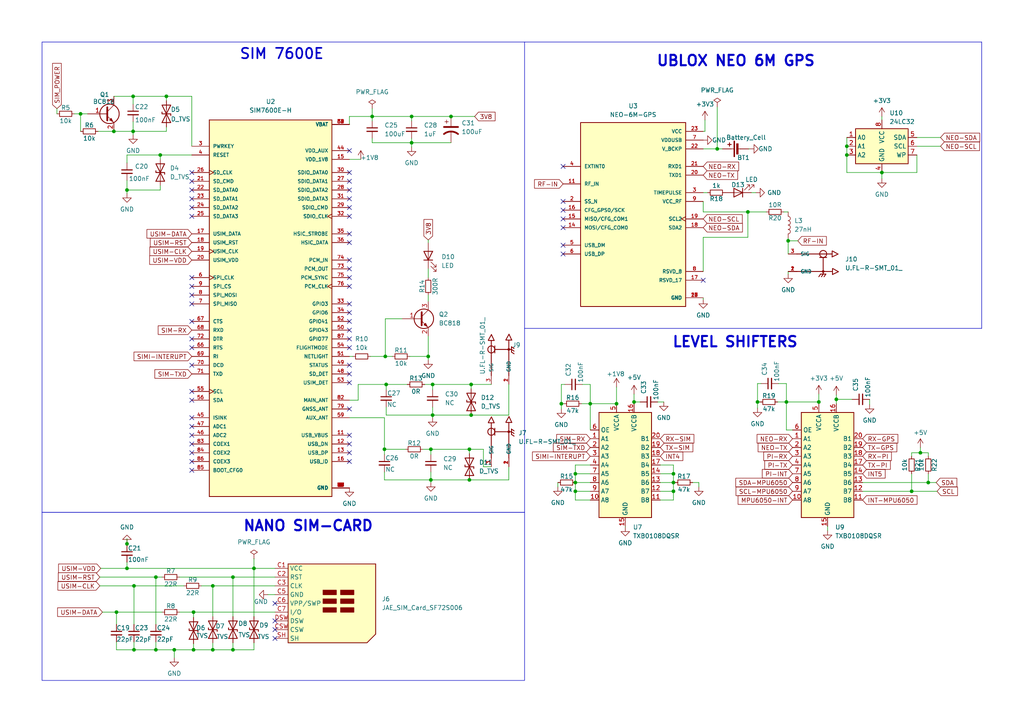
<source format=kicad_sch>
(kicad_sch (version 20230121) (generator eeschema)
  (paper "A4")
  (lib_symbols
    (symbol "Connector:JAE_SIM_Card_SF72S006"
      (property "Reference" "J" (at 5.08 12.7 0))
      (property "Value" "JAE_SIM_Card_SF72S006" (at 30.48 12.7 0))
      (symbol "JAE_SIM_Card_SF72S006_1_1"
        (pin power_in line (at 0 10.16 0) (length 3.81) (name "VCC") (number "C1"))
        (pin input line (at 0 7.62 0) (length 3.81) (name "RST") (number "C2"))
        (pin input line (at 0 5.08 0) (length 3.81) (name "CLK") (number "C3"))
        (pin power_in line (at 0 2.54 0) (length 3.81) (name "GND") (number "C5"))
        (pin bidirectional line (at 0 0 0) (length 3.81) (name "VPP/SWP") (number "C6"))
        (pin bidirectional line (at 0 -2.54 0) (length 3.81) (name "I/O") (number "C7"))
        (pin passive line (at 0 -7.62 0) (length 3.81) (name "CSW") (number "CSW"))
        (pin passive line (at 0 -5.08 0) (length 3.81) (name "DSW") (number "DSW"))
        (pin passive line (at 0 -10.16 0) (length 3.81) (name "SH") (number "SH"))
      )
    )
    (symbol "Device:Battery_Cell" (pin_numbers hide) (pin_names (offset 0) hide)
      (property "Reference" "BT" (at 2.54 2.54 0))
      (property "Value" "Battery_Cell" (at 2.54 0 0))
      (symbol "Battery_Cell_1_1"
        (pin passive line (at 0 5.08 270) (length 2.54) (name "+") (number "1"))
        (pin passive line (at 0 -2.54 90) (length 2.54) (name "-") (number "2"))
      )
    )
    (symbol "Device:C_Polarized_US" (pin_numbers hide) (pin_names (offset 0.254) hide)
      (property "Reference" "C" (at 0.635 2.54 0))
      (property "Value" "C_Polarized_US" (at 0.635 -2.54 0))
      (symbol "C_Polarized_US_1_1"
        (pin passive line (at 0 3.81 270) (length 2.794) (name "~") (number "1"))
        (pin passive line (at 0 -3.81 90) (length 3.302) (name "~") (number "2"))
      )
    )
    (symbol "Device:C_Small" (pin_numbers hide) (pin_names (offset 0.254) hide)
      (property "Reference" "C" (at 0.254 1.778 0))
      (property "Value" "C_Small" (at 0.254 -2.032 0))
      (symbol "C_Small_1_1"
        (pin passive line (at 0 2.54 270) (length 2.032) (name "~") (number "1"))
        (pin passive line (at 0 -2.54 90) (length 2.032) (name "~") (number "2"))
      )
    )
    (symbol "Device:D_TVS" (pin_numbers hide) (pin_names (offset 1.016) hide)
      (property "Reference" "D" (at 0 2.54 0))
      (property "Value" "D_TVS" (at 0 -2.54 0))
      (symbol "D_TVS_1_1"
        (pin passive line (at -3.81 0 0) (length 2.54) (name "A1") (number "1"))
        (pin passive line (at 3.81 0 180) (length 2.54) (name "A2") (number "2"))
      )
    )
    (symbol "Device:L" (pin_numbers hide) (pin_names (offset 1.016) hide)
      (property "Reference" "L" (at -1.27 0 90))
      (property "Value" "L" (at 1.905 0 90))
      (symbol "L_1_1"
        (pin passive line (at 0 3.81 270) (length 1.27) (name "1") (number "1"))
        (pin passive line (at 0 -3.81 90) (length 1.27) (name "2") (number "2"))
      )
    )
    (symbol "Device:LED" (pin_numbers hide) (pin_names (offset 1.016) hide)
      (property "Reference" "D" (at 0 2.54 0))
      (property "Value" "LED" (at 0 -2.54 0))
      (symbol "LED_1_1"
        (pin passive line (at -3.81 0 0) (length 2.54) (name "K") (number "1"))
        (pin passive line (at 3.81 0 180) (length 2.54) (name "A") (number "2"))
      )
    )
    (symbol "Device:R_Small" (pin_numbers hide) (pin_names (offset 0.254) hide)
      (property "Reference" "R" (at 0.762 0.508 0))
      (property "Value" "R_Small" (at 0.762 -1.016 0))
      (symbol "R_Small_1_1"
        (pin passive line (at 0 2.54 270) (length 0.762) (name "~") (number "1"))
        (pin passive line (at 0 -2.54 90) (length 0.762) (name "~") (number "2"))
      )
    )
    (symbol "Logic_LevelTranslator:TXB0108DQSR"
      (property "Reference" "U" (at -6.35 16.51 0))
      (property "Value" "TXB0108DQSR" (at 3.81 16.51 0))
      (symbol "TXB0108DQSR_1_1"
        (pin bidirectional line (at -10.16 7.62 0) (length 2.54) (name "A1") (number "1"))
        (pin bidirectional line (at -10.16 -10.16 0) (length 2.54) (name "A8") (number "10"))
        (pin bidirectional line (at 10.16 -10.16 180) (length 2.54) (name "B8") (number "11"))
        (pin bidirectional line (at 10.16 -7.62 180) (length 2.54) (name "B7") (number "12"))
        (pin bidirectional line (at 10.16 -5.08 180) (length 2.54) (name "B6") (number "13"))
        (pin bidirectional line (at 10.16 -2.54 180) (length 2.54) (name "B5") (number "14"))
        (pin power_in line (at 0 -17.78 90) (length 2.54) (name "GND") (number "15"))
        (pin power_in line (at 2.54 17.78 270) (length 2.54) (name "VCCB") (number "16"))
        (pin bidirectional line (at 10.16 0 180) (length 2.54) (name "B4") (number "17"))
        (pin bidirectional line (at 10.16 2.54 180) (length 2.54) (name "B3") (number "18"))
        (pin bidirectional line (at 10.16 5.08 180) (length 2.54) (name "B2") (number "19"))
        (pin bidirectional line (at -10.16 5.08 0) (length 2.54) (name "A2") (number "2"))
        (pin bidirectional line (at 10.16 7.62 180) (length 2.54) (name "B1") (number "20"))
        (pin bidirectional line (at -10.16 2.54 0) (length 2.54) (name "A3") (number "3"))
        (pin bidirectional line (at -10.16 0 0) (length 2.54) (name "A4") (number "4"))
        (pin power_in line (at -2.54 17.78 270) (length 2.54) (name "VCCA") (number "5"))
        (pin input line (at -10.16 10.16 0) (length 2.54) (name "OE") (number "6"))
        (pin bidirectional line (at -10.16 -2.54 0) (length 2.54) (name "A5") (number "7"))
        (pin bidirectional line (at -10.16 -5.08 0) (length 2.54) (name "A6") (number "8"))
        (pin bidirectional line (at -10.16 -7.62 0) (length 2.54) (name "A7") (number "9"))
      )
    )
    (symbol "Memory_EEPROM:24LC32"
      (property "Reference" "U" (at -6.35 6.35 0))
      (property "Value" "24LC32" (at 1.27 6.35 0))
      (symbol "24LC32_1_1"
        (pin input line (at -10.16 2.54 0) (length 2.54) (name "A0") (number "1"))
        (pin input line (at -10.16 0 0) (length 2.54) (name "A1") (number "2"))
        (pin input line (at -10.16 -2.54 0) (length 2.54) (name "A2") (number "3"))
        (pin power_in line (at 0 -7.62 90) (length 2.54) (name "GND") (number "4"))
        (pin bidirectional line (at 10.16 2.54 180) (length 2.54) (name "SDA") (number "5"))
        (pin input line (at 10.16 0 180) (length 2.54) (name "SCL") (number "6"))
        (pin input line (at 10.16 -2.54 180) (length 2.54) (name "WP") (number "7"))
        (pin power_in line (at 0 7.62 270) (length 2.54) (name "VCC") (number "8"))
      )
    )
    (symbol "NEO-6M-GPS:NEO-6M-GPS" (pin_names (offset 1.016))
      (property "Reference" "U" (at -15.2439 26.0408 0))
      (property "Value" "NEO-6M-GPS" (at -15.2445 -30.4874 0))
      (symbol "NEO-6M-GPS_0_0"
        (pin power_in line (at 20.32 -25.4 180) (length 5.08) (name "GND") (number "10"))
        (pin input line (at -20.32 7.62 0) (length 5.08) (name "RF_IN") (number "11"))
        (pin power_in line (at 20.32 -25.4 180) (length 5.08) (name "GND") (number "12"))
        (pin power_in line (at 20.32 -25.4 180) (length 5.08) (name "GND") (number "13"))
        (pin bidirectional line (at -20.32 -5.08 0) (length 5.08) (name "MOSI/CFG_COM0") (number "14"))
        (pin input line (at -20.32 -2.54 0) (length 5.08) (name "MISO/CFG_COM1") (number "15"))
        (pin input line (at -20.32 0 0) (length 5.08) (name "CFG_GPS0/SCK") (number "16"))
        (pin passive line (at 20.32 -20.32 180) (length 5.08) (name "RSVD_17") (number "17"))
        (pin bidirectional line (at 20.32 -5.08 180) (length 5.08) (name "SDA2") (number "18"))
        (pin bidirectional clock (at 20.32 -2.54 180) (length 5.08) (name "SCL2") (number "19"))
        (pin input line (at -20.32 2.54 0) (length 5.08) (name "SS_N") (number "2"))
        (pin output line (at 20.32 10.16 180) (length 5.08) (name "TXD1") (number "20"))
        (pin input line (at 20.32 12.7 180) (length 5.08) (name "RXD1") (number "21"))
        (pin power_in line (at 20.32 17.78 180) (length 5.08) (name "V_BCKP") (number "22"))
        (pin power_in line (at 20.32 22.86 180) (length 5.08) (name "VCC") (number "23"))
        (pin power_in line (at 20.32 -25.4 180) (length 5.08) (name "GND") (number "24"))
        (pin output line (at 20.32 5.08 180) (length 5.08) (name "TIMEPULSE") (number "3"))
        (pin input line (at -20.32 12.7 0) (length 5.08) (name "EXTINT0") (number "4"))
        (pin bidirectional line (at -20.32 -10.16 0) (length 5.08) (name "USB_DM") (number "5"))
        (pin bidirectional line (at -20.32 -12.7 0) (length 5.08) (name "USB_DP") (number "6"))
        (pin power_in line (at 20.32 20.32 180) (length 5.08) (name "VDDUSB") (number "7"))
        (pin passive line (at 20.32 -17.78 180) (length 5.08) (name "RSVD_8") (number "8"))
        (pin output line (at 20.32 2.54 180) (length 5.08) (name "VCC_RF") (number "9"))
      )
    )
    (symbol "SIM7600E-H:SIM7600E-H" (pin_names (offset 1.016))
      (property "Reference" "U?" (at 0 60.96 0))
      (property "Value" "SIM7600E-H" (at 0 58.42 0))
      (symbol "SIM7600E-H_0_0"
        (pin power_in line (at 22.86 -50.8 180) (length 5.08) (name "GND") (number "1"))
        (pin power_in line (at 22.86 -50.8 180) (length 5.08) (name "GND") (number "10"))
        (pin input line (at 22.86 -35.56 180) (length 5.08) (name "USB_VBUS") (number "11"))
        (pin bidirectional line (at 22.86 -38.1 180) (length 5.08) (name "USB_DN") (number "12"))
        (pin bidirectional line (at 22.86 -40.64 180) (length 5.08) (name "USB_DP") (number "13"))
        (pin power_in line (at 22.86 -50.8 180) (length 5.08) (name "GND") (number "14"))
        (pin output line (at 22.86 44.45 180) (length 5.08) (name "VDD_1V8") (number "15"))
        (pin input line (at 22.86 -43.18 180) (length 5.08) (name "USB_ID") (number "16"))
        (pin bidirectional line (at -22.86 22.86 0) (length 5.08) (name "USIM_DATA") (number "17"))
        (pin output line (at -22.86 20.32 0) (length 5.08) (name "USIM_RST") (number "18"))
        (pin output clock (at -22.86 17.78 0) (length 5.08) (name "USIM_CLK") (number "19"))
        (pin power_in line (at 22.86 -50.8 180) (length 5.08) (name "GND") (number "2"))
        (pin output line (at -22.86 15.24 0) (length 5.08) (name "USIM_VDD") (number "20"))
        (pin output line (at -22.86 38.1 0) (length 5.08) (name "SD_CMD") (number "21"))
        (pin bidirectional line (at -22.86 35.56 0) (length 5.08) (name "SD_DATA0") (number "22"))
        (pin bidirectional line (at -22.86 33.02 0) (length 5.08) (name "SD_DATA1") (number "23"))
        (pin bidirectional line (at -22.86 30.48 0) (length 5.08) (name "SD_DATA2") (number "24"))
        (pin bidirectional line (at -22.86 27.94 0) (length 5.08) (name "SD_DATA3") (number "25"))
        (pin output clock (at -22.86 40.64 0) (length 5.08) (name "SD_CLK") (number "26"))
        (pin bidirectional line (at 22.86 38.1 180) (length 5.08) (name "SDIO_DATA1") (number "27"))
        (pin bidirectional line (at 22.86 35.56 180) (length 5.08) (name "SDIO_DATA2") (number "28"))
        (pin output line (at 22.86 30.48 180) (length 5.08) (name "SDIO_CMD") (number "29"))
        (pin input line (at -22.86 48.26 0) (length 5.08) (name "PWRKEY") (number "3"))
        (pin bidirectional line (at 22.86 40.64 180) (length 5.08) (name "SDIO_DATA0") (number "30"))
        (pin bidirectional line (at 22.86 33.02 180) (length 5.08) (name "SDIO_DATA3") (number "31"))
        (pin output clock (at 22.86 27.94 180) (length 5.08) (name "SDIO_CLK") (number "32"))
        (pin bidirectional line (at 22.86 2.54 180) (length 5.08) (name "GPIO3") (number "33"))
        (pin bidirectional line (at 22.86 0 180) (length 5.08) (name "GPIO6") (number "34"))
        (pin output line (at 22.86 22.86 180) (length 5.08) (name "HSIC_STROBE") (number "35"))
        (pin bidirectional line (at 22.86 20.32 180) (length 5.08) (name "HSIC_DATA") (number "36"))
        (pin power_in line (at 22.86 -50.8 180) (length 5.08) (name "GND") (number "37"))
        (pin power_in line (at 22.86 54.61 180) (length 5.08) (name "VBAT") (number "38"))
        (pin power_in line (at 22.86 54.61 180) (length 5.08) (name "VBAT") (number "39"))
        (pin input line (at -22.86 45.72 0) (length 5.08) (name "RESET") (number "4"))
        (pin power_in line (at 22.86 -50.8 180) (length 5.08) (name "GND") (number "40"))
        (pin power_in line (at 22.86 -50.8 180) (length 5.08) (name "GND") (number "41"))
        (pin power_in line (at 22.86 -50.8 180) (length 5.08) (name "GND") (number "43"))
        (pin output line (at 22.86 46.99 180) (length 5.08) (name "VDD_AUX") (number "44"))
        (pin input line (at -22.86 -30.48 0) (length 5.08) (name "ISINK") (number "45"))
        (pin input line (at -22.86 -35.56 0) (length 5.08) (name "ADC2") (number "46"))
        (pin input line (at -22.86 -33.02 0) (length 5.08) (name "ADC1") (number "47"))
        (pin bidirectional line (at 22.86 -17.78 180) (length 5.08) (name "SD_DET") (number "48"))
        (pin output line (at 22.86 -15.24 180) (length 5.08) (name "STATUS") (number "49"))
        (pin power_in line (at 22.86 -50.8 180) (length 5.08) (name "GND") (number "5"))
        (pin bidirectional line (at 22.86 -5.08 180) (length 5.08) (name "GPIO43") (number "50"))
        (pin output line (at 22.86 -12.7 180) (length 5.08) (name "NETLIGHT") (number "51"))
        (pin bidirectional line (at 22.86 -2.54 180) (length 5.08) (name "GPIO41") (number "52"))
        (pin bidirectional line (at 22.86 -20.32 180) (length 5.08) (name "USIM_DET") (number "53"))
        (pin input line (at 22.86 -10.16 180) (length 5.08) (name "FLIGHTMODE") (number "54"))
        (pin output clock (at -22.86 -22.86 0) (length 5.08) (name "SCL") (number "55"))
        (pin bidirectional line (at -22.86 -25.4 0) (length 5.08) (name "SDA") (number "56"))
        (pin power_in line (at 22.86 -50.8 180) (length 5.08) (name "GND") (number "57"))
        (pin power_in line (at 22.86 -50.8 180) (length 5.08) (name "GND") (number "58"))
        (pin input line (at 22.86 -30.48 180) (length 5.08) (name "AUX_ANT") (number "59"))
        (pin output clock (at -22.86 10.16 0) (length 5.08) (name "SPI_CLK") (number "6"))
        (pin power_in line (at 22.86 -50.8 180) (length 5.08) (name "GND") (number "60"))
        (pin power_in line (at 22.86 -50.8 180) (length 5.08) (name "GND") (number "61"))
        (pin power_in line (at 22.86 54.61 180) (length 5.08) (name "VBAT") (number "62"))
        (pin power_in line (at 22.86 54.61 180) (length 5.08) (name "VBAT") (number "63"))
        (pin power_in line (at 22.86 -50.8 180) (length 5.08) (name "GND") (number "64"))
        (pin power_in line (at 22.86 -50.8 180) (length 5.08) (name "GND") (number "65"))
        (pin output line (at -22.86 -10.16 0) (length 5.08) (name "RTS") (number "66"))
        (pin input line (at -22.86 -2.54 0) (length 5.08) (name "CTS") (number "67"))
        (pin input line (at -22.86 -5.08 0) (length 5.08) (name "RXD") (number "68"))
        (pin output line (at -22.86 -12.7 0) (length 5.08) (name "RI") (number "69"))
        (pin input line (at -22.86 2.54 0) (length 5.08) (name "SPI_MISO") (number "7"))
        (pin output line (at -22.86 -15.24 0) (length 5.08) (name "DCD") (number "70"))
        (pin output line (at -22.86 -17.78 0) (length 5.08) (name "TXD") (number "71"))
        (pin input line (at -22.86 -7.62 0) (length 5.08) (name "DTR") (number "72"))
        (pin output line (at 22.86 12.7 180) (length 5.08) (name "PCM_OUT") (number "73"))
        (pin input line (at 22.86 15.24 180) (length 5.08) (name "PCM_IN") (number "74"))
        (pin output line (at 22.86 10.16 180) (length 5.08) (name "PCM_SYNC") (number "75"))
        (pin output clock (at 22.86 7.62 180) (length 5.08) (name "PCM_CLK") (number "76"))
        (pin power_in line (at 22.86 -50.8 180) (length 5.08) (name "GND") (number "77"))
        (pin power_in line (at 22.86 -50.8 180) (length 5.08) (name "GND") (number "78"))
        (pin bidirectional line (at 22.86 -27.94 180) (length 5.08) (name "GNSS_ANT") (number "79"))
        (pin output line (at -22.86 5.08 0) (length 5.08) (name "SPI_MOSI") (number "8"))
        (pin power_in line (at 22.86 -50.8 180) (length 5.08) (name "GND") (number "80"))
        (pin power_in line (at 22.86 -50.8 180) (length 5.08) (name "GND") (number "81"))
        (pin bidirectional line (at 22.86 -25.4 180) (length 5.08) (name "MAIN_ANT") (number "82"))
        (pin bidirectional line (at -22.86 -38.1 0) (length 5.08) (name "COEX1") (number "83"))
        (pin bidirectional line (at -22.86 -40.64 0) (length 5.08) (name "COEX2") (number "84"))
        (pin input line (at -22.86 -45.72 0) (length 5.08) (name "BOOT_CFG0") (number "85"))
        (pin bidirectional line (at -22.86 -43.18 0) (length 5.08) (name "COEX3") (number "86"))
        (pin bidirectional line (at 22.86 -7.62 180) (length 5.08) (name "GPIO77") (number "87"))
        (pin output line (at -22.86 7.62 0) (length 5.08) (name "SPI_CS") (number "9"))
      )
    )
    (symbol "Transistor_BJT:BC818" (pin_names (offset 0) hide)
      (property "Reference" "Q" (at 5.08 1.905 0))
      (property "Value" "BC818" (at 5.08 0 0))
      (symbol "BC818_1_1"
        (pin input line (at -5.08 0 0) (length 5.715) (name "B") (number "1"))
        (pin passive line (at 2.54 -5.08 90) (length 2.54) (name "E") (number "2"))
        (pin passive line (at 2.54 5.08 270) (length 2.54) (name "C") (number "3"))
      )
    )
    (symbol "U.FL-R-SMT_01_:U.FL-R-SMT_01_" (pin_names (offset 1.016))
      (property "Reference" "J" (at -3.8186 4.0731 0))
      (property "Value" "U.FL-R-SMT_01_" (at -4.3278 -5.6007 0))
      (symbol "U.FL-R-SMT_01__0_0"
        (pin passive line (at -10.16 -2.54 0) (length 2.54) (name "GND") (number "1"))
        (pin passive line (at -10.16 -2.54 0) (length 2.54) (name "GND") (number "2"))
        (pin passive line (at -10.16 2.54 0) (length 2.54) (name "SIG") (number "3"))
      )
    )
    (symbol "power:+1V8" (power) (pin_names (offset 0))
      (property "Value" "+1V8" (at 0 3.556 0))
      (symbol "+1V8_1_1"
        (pin power_in line (at 0 0 90) (length 0) hide (name "+1V8") (number "1"))
      )
    )
    (symbol "power:+3V3" (power) (pin_names (offset 0))
      (property "Value" "+3V3" (at 0 3.556 0))
      (symbol "+3V3_1_1"
        (pin power_in line (at 0 0 90) (length 0) hide (name "+3V3") (number "1"))
      )
    )
    (symbol "power:+5V" (power) (pin_names (offset 0))
      (property "Value" "+5V" (at 0 3.556 0))
      (symbol "+5V_1_1"
        (pin power_in line (at 0 0 90) (length 0) hide (name "+5V") (number "1"))
      )
    )
    (symbol "power:GND" (power) (pin_names (offset 0))
      (property "Value" "GND" (at 0 -3.81 0))
      (symbol "GND_1_1"
        (pin power_in line (at 0 0 270) (length 0) hide (name "GND") (number "1"))
      )
    )
    (symbol "power:PWR_FLAG" (power) (pin_numbers hide) (pin_names (offset 0) hide)
      (property "Value" "PWR_FLAG" (at 0 3.81 0))
      (symbol "PWR_FLAG_0_0"
        (pin power_out line (at 0 0 90) (length 0) (name "pwr") (number "1"))
      )
    )
  )
  (junction (at 45.212 167.386))
  (junction (at 33.02 38.1))
  (junction (at 124.968 139.192))
  (junction (at 245.618 42.418))
  (junction (at 266.954 131.318))
  (junction (at 166.878 137.414))
  (junction (at 136.652 111.506))
  (junction (at 111.506 130.302))
  (junction (at 195.326 137.414))
  (junction (at 36.83 55.118))
  (junction (at 36.83 164.846))
  (junction (at 136.652 120.396))
  (junction (at 195.326 142.494))
  (junction (at 245.618 44.958))
  (junction (at 264.414 142.494))
  (junction (at 228.6 69.85))
  (junction (at 166.878 142.494))
  (junction (at 237.49 116.586))
  (junction (at 119.38 41.402))
  (junction (at 38.862 169.926))
  (junction (at 228.092 116.586))
  (junction (at 112.014 111.506))
  (junction (at 33.782 177.546))
  (junction (at 67.564 167.386))
  (junction (at 195.326 139.954))
  (junction (at 48.26 27.94))
  (junction (at 162.814 117.094))
  (junction (at 269.24 139.954))
  (junction (at 23.368 33.02))
  (junction (at 38.862 188.468))
  (junction (at 136.144 139.192))
  (junction (at 45.212 188.468))
  (junction (at 216.916 61.468))
  (junction (at 124.206 103.378))
  (junction (at 219.71 116.586))
  (junction (at 107.95 33.782))
  (junction (at 242.57 115.824))
  (junction (at 56.134 177.546))
  (junction (at 119.38 33.782))
  (junction (at 125.476 111.506))
  (junction (at 36.83 157.734))
  (junction (at 38.608 38.1))
  (junction (at 125.476 120.396))
  (junction (at 171.196 117.094))
  (junction (at 255.778 50.038))
  (junction (at 50.546 188.468))
  (junction (at 56.134 188.468))
  (junction (at 183.896 116.586))
  (junction (at 124.968 130.302))
  (junction (at 208.026 43.18))
  (junction (at 61.722 169.926))
  (junction (at 73.66 164.846))
  (junction (at 67.564 188.468))
  (junction (at 61.722 188.468))
  (junction (at 136.144 130.302))
  (junction (at 130.81 33.782))
  (junction (at 178.816 117.094))
  (junction (at 166.878 139.954))
  (junction (at 46.482 44.958))
  (junction (at 111.76 103.378))
  (junction (at 38.608 27.94))
  (no_connect (at 163.322 48.26))
  (no_connect (at 79.756 175.006))
  (no_connect (at 55.626 88.138))
  (no_connect (at 55.626 80.518))
  (no_connect (at 55.626 113.538))
  (no_connect (at 163.322 63.5))
  (no_connect (at 203.962 81.28))
  (no_connect (at 55.626 93.218))
  (no_connect (at 101.346 93.218))
  (no_connect (at 163.322 58.42))
  (no_connect (at 55.626 136.398))
  (no_connect (at 101.346 83.058))
  (no_connect (at 55.626 98.298))
  (no_connect (at 101.346 126.238))
  (no_connect (at 79.756 182.626))
  (no_connect (at 55.626 100.838))
  (no_connect (at 101.346 100.838))
  (no_connect (at 55.626 116.078))
  (no_connect (at 101.346 80.518))
  (no_connect (at 55.626 121.158))
  (no_connect (at 101.346 90.678))
  (no_connect (at 55.626 55.118))
  (no_connect (at 101.346 118.618))
  (no_connect (at 101.346 67.818))
  (no_connect (at 101.346 98.298))
  (no_connect (at 79.756 180.086))
  (no_connect (at 101.346 77.978))
  (no_connect (at 101.346 133.858))
  (no_connect (at 101.346 131.318))
  (no_connect (at 55.626 123.698))
  (no_connect (at 101.346 110.998))
  (no_connect (at 163.322 73.66))
  (no_connect (at 55.626 60.198))
  (no_connect (at 163.322 71.12))
  (no_connect (at 55.626 126.238))
  (no_connect (at 55.626 83.058))
  (no_connect (at 55.626 62.738))
  (no_connect (at 101.346 55.118))
  (no_connect (at 101.346 52.578))
  (no_connect (at 55.626 52.578))
  (no_connect (at 55.626 128.778))
  (no_connect (at 101.346 50.038))
  (no_connect (at 101.346 62.738))
  (no_connect (at 163.322 66.04))
  (no_connect (at 79.756 185.166))
  (no_connect (at 55.626 133.858))
  (no_connect (at 163.322 60.96))
  (no_connect (at 101.346 95.758))
  (no_connect (at 55.626 50.038))
  (no_connect (at 101.346 75.438))
  (no_connect (at 55.626 85.598))
  (no_connect (at 101.346 70.358))
  (no_connect (at 55.626 131.318))
  (no_connect (at 101.346 43.688))
  (no_connect (at 55.626 105.918))
  (no_connect (at 101.346 105.918))
  (no_connect (at 101.346 57.658))
  (no_connect (at 101.346 88.138))
  (no_connect (at 101.346 128.778))
  (no_connect (at 55.626 57.658))
  (no_connect (at 101.346 60.198))
  (no_connect (at 101.346 108.458))
  (wire (pts (xy 33.02 38.1) (xy 38.354 38.1)))
  (wire (pts (xy 255.778 50.038) (xy 265.938 50.038)))
  (wire (pts (xy 229.87 124.714) (xy 228.092 124.714)))
  (wire (pts (xy 245.618 42.418) (xy 245.618 44.958)))
  (wire (pts (xy 168.91 111.506) (xy 171.196 111.506)))
  (wire (pts (xy 125.476 111.506) (xy 136.652 111.506)))
  (wire (pts (xy 231.394 69.85) (xy 228.6 69.85)))
  (wire (pts (xy 111.506 121.158) (xy 111.506 130.302)))
  (wire (pts (xy 225.806 111.252) (xy 228.092 111.252)))
  (wire (pts (xy 36.83 157.734) (xy 36.83 157.988)))
  (wire (pts (xy 203.962 86.868) (xy 203.962 86.36)))
  (wire (pts (xy 162.814 118.618) (xy 162.814 117.094)))
  (wire (pts (xy 111.506 130.302) (xy 117.602 130.302)))
  (wire (pts (xy 237.49 114.3) (xy 237.49 116.586)))
  (wire (pts (xy 136.144 130.302) (xy 136.144 131.572)))
  (wire (pts (xy 36.83 44.958) (xy 36.83 47.244)))
  (wire (pts (xy 255.778 50.038) (xy 245.618 50.038)))
  (wire (pts (xy 228.6 79.502) (xy 228.6 78.74)))
  (wire (pts (xy 36.83 164.846) (xy 73.66 164.846)))
  (wire (pts (xy 45.212 186.182) (xy 45.212 188.468)))
  (wire (pts (xy 195.326 139.954) (xy 195.326 142.494)))
  (wire (pts (xy 219.71 116.586) (xy 219.71 118.364)))
  (wire (pts (xy 55.626 44.958) (xy 46.482 44.958)))
  (wire (pts (xy 242.57 115.824) (xy 242.57 117.094)))
  (wire (pts (xy 73.66 188.468) (xy 73.66 186.436)))
  (wire (pts (xy 50.546 190.754) (xy 50.546 188.468)))
  (wire (pts (xy 124.206 104.394) (xy 124.206 103.378)))
  (wire (pts (xy 46.482 44.958) (xy 46.482 46.228)))
  (wire (pts (xy 136.144 139.192) (xy 124.968 139.192)))
  (wire (pts (xy 45.212 167.386) (xy 45.212 181.102)))
  (wire (pts (xy 140.208 135.382) (xy 140.208 130.302)))
  (wire (pts (xy 183.896 114.3) (xy 183.896 116.586)))
  (wire (pts (xy 112.014 111.506) (xy 112.014 113.03)))
  (wire (pts (xy 67.564 167.386) (xy 79.756 167.386)))
  (wire (pts (xy 124.968 130.302) (xy 124.968 131.826)))
  (wire (pts (xy 228.6 69.85) (xy 228.6 69.088)))
  (wire (pts (xy 264.414 131.318) (xy 264.414 132.334)))
  (wire (pts (xy 107.95 40.132) (xy 107.95 41.402)))
  (wire (pts (xy 228.6 61.468) (xy 227.33 61.468)))
  (wire (pts (xy 166.878 142.494) (xy 171.196 142.494)))
  (wire (pts (xy 136.652 111.506) (xy 136.652 112.776)))
  (wire (pts (xy 46.482 55.118) (xy 46.482 53.848)))
  (wire (pts (xy 166.878 145.034) (xy 166.878 142.494)))
  (wire (pts (xy 247.142 115.824) (xy 242.57 115.824)))
  (wire (pts (xy 195.834 139.954) (xy 195.326 139.954)))
  (wire (pts (xy 107.95 35.052) (xy 107.95 33.782)))
  (wire (pts (xy 161.798 141.224) (xy 161.798 139.954)))
  (wire (pts (xy 16.51 31.496) (xy 16.51 33.02)))
  (polyline (pts (xy 284.734 12.192) (xy 284.734 95.25)))
  (wire (pts (xy 171.196 117.094) (xy 178.816 117.094)))
  (wire (pts (xy 33.782 177.546) (xy 46.99 177.546)))
  (wire (pts (xy 56.134 177.546) (xy 79.756 177.546)))
  (wire (pts (xy 255.778 51.816) (xy 255.778 50.038)))
  (wire (pts (xy 107.95 31.496) (xy 107.95 33.782)))
  (wire (pts (xy 33.782 177.546) (xy 33.782 181.102)))
  (wire (pts (xy 166.878 139.954) (xy 171.196 139.954)))
  (wire (pts (xy 147.574 139.192) (xy 136.144 139.192)))
  (wire (pts (xy 45.212 188.468) (xy 50.546 188.468)))
  (wire (pts (xy 237.49 116.586) (xy 228.092 116.586)))
  (wire (pts (xy 61.722 188.468) (xy 67.564 188.468)))
  (wire (pts (xy 125.476 111.506) (xy 125.476 113.03)))
  (wire (pts (xy 204.47 38.1) (xy 203.962 38.1)))
  (wire (pts (xy 272.796 39.878) (xy 265.938 39.878)))
  (wire (pts (xy 228.092 116.586) (xy 228.092 124.714)))
  (wire (pts (xy 166.878 137.414) (xy 171.196 137.414)))
  (wire (pts (xy 202.692 139.954) (xy 200.914 139.954)))
  (wire (pts (xy 36.83 56.134) (xy 36.83 55.118)))
  (wire (pts (xy 125.476 118.11) (xy 125.476 120.396)))
  (wire (pts (xy 48.26 38.1) (xy 48.26 36.83)))
  (wire (pts (xy 119.38 33.782) (xy 119.38 35.052)))
  (wire (pts (xy 38.862 181.102) (xy 38.862 169.926)))
  (wire (pts (xy 166.878 142.494) (xy 166.878 139.954)))
  (wire (pts (xy 119.38 41.402) (xy 130.81 41.402)))
  (wire (pts (xy 205.232 55.88) (xy 203.962 55.88)))
  (wire (pts (xy 203.962 68.834) (xy 216.916 68.834)))
  (wire (pts (xy 124.968 139.192) (xy 111.506 139.192)))
  (wire (pts (xy 23.368 33.02) (xy 25.4 33.02)))
  (wire (pts (xy 103.886 116.078) (xy 103.886 111.506)))
  (wire (pts (xy 73.66 164.846) (xy 73.66 178.816)))
  (wire (pts (xy 67.564 188.468) (xy 73.66 188.468)))
  (wire (pts (xy 271.526 139.954) (xy 269.24 139.954)))
  (wire (pts (xy 183.896 116.586) (xy 183.896 117.094)))
  (wire (pts (xy 216.916 68.834) (xy 216.916 61.468)))
  (wire (pts (xy 163.83 111.506) (xy 162.814 111.506)))
  (wire (pts (xy 204.47 34.798) (xy 204.47 38.1)))
  (wire (pts (xy 166.878 139.954) (xy 166.878 137.414)))
  (wire (pts (xy 166.878 137.414) (xy 166.878 134.874)))
  (wire (pts (xy 125.476 121.158) (xy 125.476 120.396)))
  (wire (pts (xy 102.362 103.378) (xy 101.346 103.378)))
  (wire (pts (xy 178.816 112.268) (xy 178.816 117.094)))
  (wire (pts (xy 124.206 85.598) (xy 124.206 87.376)))
  (wire (pts (xy 67.564 167.386) (xy 67.564 178.816)))
  (wire (pts (xy 272.796 42.418) (xy 265.938 42.418)))
  (wire (pts (xy 147.574 111.506) (xy 147.574 120.396)))
  (wire (pts (xy 55.626 27.94) (xy 48.26 27.94)))
  (wire (pts (xy 228.6 69.85) (xy 228.6 73.66)))
  (wire (pts (xy 219.202 55.88) (xy 217.932 55.88)))
  (wire (pts (xy 217.424 43.18) (xy 217.17 43.18)))
  (wire (pts (xy 118.872 103.378) (xy 124.206 103.378)))
  (wire (pts (xy 122.682 130.302) (xy 124.968 130.302)))
  (wire (pts (xy 36.83 157.734) (xy 36.83 156.21)))
  (wire (pts (xy 101.346 33.782) (xy 107.95 33.782)))
  (wire (pts (xy 140.208 135.382) (xy 142.494 135.382)))
  (wire (pts (xy 168.656 117.094) (xy 171.196 117.094)))
  (wire (pts (xy 38.862 169.926) (xy 53.34 169.926)))
  (wire (pts (xy 264.414 142.494) (xy 250.19 142.494)))
  (wire (pts (xy 73.66 164.846) (xy 79.756 164.846)))
  (wire (pts (xy 107.95 33.782) (xy 119.38 33.782)))
  (wire (pts (xy 269.24 132.334) (xy 269.24 131.318)))
  (wire (pts (xy 271.78 142.494) (xy 264.414 142.494)))
  (wire (pts (xy 245.618 44.958) (xy 245.618 50.038)))
  (wire (pts (xy 269.24 137.414) (xy 269.24 139.954)))
  (wire (pts (xy 38.608 27.94) (xy 48.26 27.94)))
  (wire (pts (xy 203.962 61.468) (xy 203.962 58.42)))
  (wire (pts (xy 125.476 120.396) (xy 112.014 120.396)))
  (wire (pts (xy 38.862 188.468) (xy 45.212 188.468)))
  (wire (pts (xy 195.326 137.414) (xy 195.326 139.954)))
  (wire (pts (xy 264.414 131.318) (xy 266.954 131.318)))
  (wire (pts (xy 171.196 111.506) (xy 171.196 117.094)))
  (wire (pts (xy 240.03 153.924) (xy 240.03 152.654)))
  (wire (pts (xy 171.196 145.034) (xy 166.878 145.034)))
  (wire (pts (xy 36.83 163.068) (xy 36.83 164.846)))
  (wire (pts (xy 38.608 35.306) (xy 38.608 38.1)))
  (wire (pts (xy 219.71 116.586) (xy 220.472 116.586)))
  (wire (pts (xy 147.574 135.382) (xy 147.574 139.192)))
  (wire (pts (xy 166.878 134.874) (xy 171.196 134.874)))
  (wire (pts (xy 130.81 33.782) (xy 137.668 33.782)))
  (wire (pts (xy 107.95 41.402) (xy 119.38 41.402)))
  (wire (pts (xy 185.674 116.586) (xy 183.896 116.586)))
  (wire (pts (xy 61.722 169.926) (xy 61.722 178.816)))
  (wire (pts (xy 111.506 139.192) (xy 111.506 136.906)))
  (wire (pts (xy 124.206 103.378) (xy 124.206 97.536)))
  (wire (pts (xy 266.954 129.794) (xy 266.954 131.318)))
  (wire (pts (xy 55.626 42.418) (xy 55.626 27.94)))
  (wire (pts (xy 119.38 42.672) (xy 119.38 41.402)))
  (wire (pts (xy 124.206 69.596) (xy 124.206 70.358)))
  (wire (pts (xy 208.026 43.18) (xy 209.55 43.18)))
  (wire (pts (xy 147.574 120.396) (xy 136.652 120.396)))
  (wire (pts (xy 33.782 186.182) (xy 33.782 188.468)))
  (wire (pts (xy 36.83 52.324) (xy 36.83 55.118)))
  (wire (pts (xy 123.19 111.506) (xy 125.476 111.506)))
  (wire (pts (xy 111.76 92.456) (xy 116.586 92.456)))
  (wire (pts (xy 219.71 111.252) (xy 219.71 116.586)))
  (wire (pts (xy 28.956 167.386) (xy 45.212 167.386)))
  (wire (pts (xy 56.134 177.546) (xy 56.134 179.07)))
  (wire (pts (xy 29.21 164.846) (xy 36.83 164.846)))
  (wire (pts (xy 191.516 139.954) (xy 195.326 139.954)))
  (wire (pts (xy 220.726 111.252) (xy 219.71 111.252)))
  (wire (pts (xy 21.59 33.02) (xy 23.368 33.02)))
  (wire (pts (xy 195.326 134.874) (xy 195.326 137.414)))
  (wire (pts (xy 77.724 172.466) (xy 79.756 172.466)))
  (wire (pts (xy 222.25 61.468) (xy 216.916 61.468)))
  (wire (pts (xy 101.346 46.228) (xy 104.648 46.228)))
  (wire (pts (xy 266.954 131.318) (xy 269.24 131.318)))
  (wire (pts (xy 28.956 169.926) (xy 38.862 169.926)))
  (wire (pts (xy 45.212 167.386) (xy 46.99 167.386)))
  (wire (pts (xy 101.346 121.158) (xy 111.506 121.158)))
  (wire (pts (xy 191.516 142.494) (xy 195.326 142.494)))
  (wire (pts (xy 124.968 139.954) (xy 124.968 139.192)))
  (wire (pts (xy 191.516 137.414) (xy 195.326 137.414)))
  (wire (pts (xy 112.014 120.396) (xy 112.014 118.11)))
  (wire (pts (xy 46.482 44.958) (xy 36.83 44.958)))
  (wire (pts (xy 191.516 145.034) (xy 195.326 145.034)))
  (wire (pts (xy 33.02 27.94) (xy 38.608 27.94)))
  (wire (pts (xy 67.564 186.436) (xy 67.564 188.468)))
  (wire (pts (xy 264.414 137.414) (xy 264.414 142.494)))
  (wire (pts (xy 111.76 103.378) (xy 107.442 103.378)))
  (wire (pts (xy 103.886 111.506) (xy 112.014 111.506)))
  (wire (pts (xy 195.326 142.494) (xy 195.326 145.034)))
  (wire (pts (xy 29.718 177.546) (xy 33.782 177.546)))
  (wire (pts (xy 73.66 162.052) (xy 73.66 164.846)))
  (wire (pts (xy 58.42 169.926) (xy 61.722 169.926)))
  (wire (pts (xy 38.608 27.94) (xy 38.608 30.226)))
  (wire (pts (xy 265.938 44.958) (xy 265.938 50.038)))
  (polyline (pts (xy 152.146 12.192) (xy 284.734 12.192)))
  (wire (pts (xy 228.092 111.252) (xy 228.092 116.586)))
  (wire (pts (xy 101.346 36.068) (xy 101.346 33.782)))
  (wire (pts (xy 38.608 39.116) (xy 38.608 38.1)))
  (wire (pts (xy 38.862 186.182) (xy 38.862 188.468)))
  (wire (pts (xy 50.546 188.468) (xy 56.134 188.468)))
  (wire (pts (xy 242.57 114.554) (xy 242.57 115.824)))
  (wire (pts (xy 52.07 167.386) (xy 67.564 167.386)))
  (wire (pts (xy 203.962 43.18) (xy 208.026 43.18)))
  (wire (pts (xy 140.208 130.302) (xy 136.144 130.302)))
  (wire (pts (xy 252.222 117.348) (xy 252.222 115.824)))
  (wire (pts (xy 111.506 130.302) (xy 111.506 131.826)))
  (wire (pts (xy 237.49 116.586) (xy 237.49 117.094)))
  (wire (pts (xy 191.516 134.874) (xy 195.326 134.874)))
  (wire (pts (xy 255.778 33.782) (xy 255.778 34.798)))
  (wire (pts (xy 124.206 77.978) (xy 124.206 80.518)))
  (wire (pts (xy 162.814 117.094) (xy 163.576 117.094)))
  (wire (pts (xy 56.134 186.69) (xy 56.134 188.468)))
  (wire (pts (xy 48.26 27.94) (xy 48.26 29.21)))
  (wire (pts (xy 36.83 55.118) (xy 46.482 55.118)))
  (wire (pts (xy 245.618 39.878) (xy 245.618 42.418)))
  (wire (pts (xy 112.014 111.506) (xy 118.11 111.506)))
  (wire (pts (xy 113.792 103.378) (xy 111.76 103.378)))
  (wire (pts (xy 269.24 139.954) (xy 250.19 139.954)))
  (wire (pts (xy 130.81 33.782) (xy 119.38 33.782)))
  (wire (pts (xy 203.962 78.74) (xy 203.962 68.834)))
  (wire (pts (xy 208.026 30.988) (xy 208.026 43.18)))
  (wire (pts (xy 119.38 40.132) (xy 119.38 41.402)))
  (wire (pts (xy 225.552 116.586) (xy 228.092 116.586)))
  (wire (pts (xy 23.368 33.02) (xy 23.368 38.1)))
  (wire (pts (xy 202.692 141.224) (xy 202.692 139.954)))
  (wire (pts (xy 124.968 130.302) (xy 136.144 130.302)))
  (wire (pts (xy 52.07 177.546) (xy 56.134 177.546)))
  (wire (pts (xy 111.76 92.456) (xy 111.76 103.378)))
  (wire (pts (xy 61.722 169.926) (xy 79.756 169.926)))
  (wire (pts (xy 61.722 186.436) (xy 61.722 188.468)))
  (polyline (pts (xy 152.146 95.25) (xy 284.734 95.25)))
  (wire (pts (xy 124.968 136.906) (xy 124.968 139.192)))
  (wire (pts (xy 101.346 116.078) (xy 103.886 116.078)))
  (wire (pts (xy 181.356 152.908) (xy 181.356 152.654)))
  (wire (pts (xy 56.134 188.468) (xy 61.722 188.468)))
  (wire (pts (xy 28.448 38.1) (xy 33.02 38.1)))
  (wire (pts (xy 216.916 61.468) (xy 203.962 61.468)))
  (wire (pts (xy 38.608 38.1) (xy 48.26 38.1)))
  (wire (pts (xy 136.652 111.506) (xy 142.494 111.506)))
  (wire (pts (xy 190.754 116.586) (xy 192.532 116.586)))
  (wire (pts (xy 171.196 124.714) (xy 171.196 117.094)))
  (wire (pts (xy 162.814 111.506) (xy 162.814 117.094)))
  (wire (pts (xy 136.652 120.396) (xy 125.476 120.396)))
  (wire (pts (xy 33.782 188.468) (xy 38.862 188.468)))
  (rectangle (start 12.192 148.59) (end 152.146 197.358))
  (rectangle (start 12.192 12.192) (end 152.146 148.59))
  (text "SIM 7600E" (at 69.342 17.526 0) (effects (font (size 3 3) (thickness 0.48) bold) (justify left bottom)))
  (text "LEVEL SHIFTERS" (at 194.818 101.092 0) (effects (font (size 3 3) (thickness 0.6) bold) (justify left bottom)))
  (text "UBLOX NEO 6M GPS" (at 190.246 19.558 0) (effects (font (size 3 3) (thickness 0.6) bold) (justify left bottom)))
  (text "NANO SIM-CARD" (at 70.358 154.432 0) (effects (font (size 3 3) bold) (justify left bottom)))
  (global_label "INT4" (shape input) (at 191.516 132.334 0) (property "Intersheetrefs" "${INTERSHEET_REFS}" (effects hide)))
  (global_label "RF-IN" (shape input) (at 163.322 53.34 180) (property "Intersheetrefs" "${INTERSHEET_REFS}" (effects hide)))
  (global_label "RX-GPS" (shape input) (at 250.19 127.254 0) (property "Intersheetrefs" "${INTERSHEET_REFS}" (effects hide)))
  (global_label "SIM-RX" (shape input) (at 171.196 127.254 180) (property "Intersheetrefs" "${INTERSHEET_REFS}" (effects hide)))
  (global_label "PI-RX" (shape input) (at 229.87 132.334 180) (property "Intersheetrefs" "${INTERSHEET_REFS}" (effects hide)))
  (global_label "SCL-MPU6050" (shape input) (at 229.87 142.494 180) (property "Intersheetrefs" "${INTERSHEET_REFS}" (effects hide)))
  (global_label "3V8" (shape input) (at 137.668 33.782 0) (property "Intersheetrefs" "${INTERSHEET_REFS}" (effects hide)))
  (global_label "USIM-DATA" (shape input) (at 29.718 177.546 180) (property "Intersheetrefs" "${INTERSHEET_REFS}" (effects hide)))
  (global_label "SCL" (shape input) (at 271.78 142.494 0) (property "Intersheetrefs" "${INTERSHEET_REFS}" (effects hide)))
  (global_label "INT5" (shape input) (at 250.19 137.414 0) (property "Intersheetrefs" "${INTERSHEET_REFS}" (effects hide)))
  (global_label "USIM-CLK" (shape input) (at 28.956 169.926 180) (property "Intersheetrefs" "${INTERSHEET_REFS}" (effects hide)))
  (global_label "NEO-TX" (shape input) (at 203.962 50.8 0) (property "Intersheetrefs" "${INTERSHEET_REFS}" (effects hide)))
  (global_label "RX-PI" (shape input) (at 250.19 132.334 0) (property "Intersheetrefs" "${INTERSHEET_REFS}" (effects hide)))
  (global_label "NEO-RX" (shape input) (at 229.87 127.254 180) (property "Intersheetrefs" "${INTERSHEET_REFS}" (effects hide)))
  (global_label "SIM-RX" (shape input) (at 55.626 95.758 180) (property "Intersheetrefs" "${INTERSHEET_REFS}" (effects hide)))
  (global_label "NEO-SCL" (shape input) (at 272.796 42.418 0) (property "Intersheetrefs" "${INTERSHEET_REFS}" (effects hide)))
  (global_label "USIM-DATA" (shape input) (at 55.626 67.818 180) (property "Intersheetrefs" "${INTERSHEET_REFS}" (effects hide)))
  (global_label "USIM-VDD" (shape input) (at 29.21 164.846 180) (property "Intersheetrefs" "${INTERSHEET_REFS}" (effects hide)))
  (global_label "PI-TX" (shape input) (at 229.87 134.874 180) (property "Intersheetrefs" "${INTERSHEET_REFS}" (effects hide)))
  (global_label "RF-IN" (shape input) (at 231.394 69.85 0) (property "Intersheetrefs" "${INTERSHEET_REFS}" (effects hide)))
  (global_label "3V8" (shape input) (at 124.206 69.596 90) (property "Intersheetrefs" "${INTERSHEET_REFS}" (effects hide)))
  (global_label "SIM_POWER" (shape input) (at 16.51 31.496 90) (property "Intersheetrefs" "${INTERSHEET_REFS}" (effects hide)))
  (global_label "NEO-SDA" (shape input) (at 272.796 39.878 0) (property "Intersheetrefs" "${INTERSHEET_REFS}" (effects hide)))
  (global_label "NEO-TX" (shape input) (at 229.87 129.794 180) (property "Intersheetrefs" "${INTERSHEET_REFS}" (effects hide)))
  (global_label "PI-INT" (shape input) (at 229.87 137.414 180) (property "Intersheetrefs" "${INTERSHEET_REFS}" (effects hide)))
  (global_label "TX-GPS" (shape input) (at 250.19 129.794 0) (property "Intersheetrefs" "${INTERSHEET_REFS}" (effects hide)))
  (global_label "TX-PI" (shape input) (at 250.19 134.874 0) (property "Intersheetrefs" "${INTERSHEET_REFS}" (effects hide)))
  (global_label "TX-SIM" (shape input) (at 191.516 129.794 0) (property "Intersheetrefs" "${INTERSHEET_REFS}" (effects hide)))
  (global_label "USIM-CLK" (shape input) (at 55.626 72.898 180) (property "Intersheetrefs" "${INTERSHEET_REFS}" (effects hide)))
  (global_label "SIM-TXD" (shape input) (at 171.196 129.794 180) (property "Intersheetrefs" "${INTERSHEET_REFS}" (effects hide)))
  (global_label "USIM-RST" (shape input) (at 55.626 70.358 180) (property "Intersheetrefs" "${INTERSHEET_REFS}" (effects hide)))
  (global_label "INT-MPU6050" (shape input) (at 250.19 145.034 0) (property "Intersheetrefs" "${INTERSHEET_REFS}" (effects hide)))
  (global_label "SIMI-INTERUPT" (shape input) (at 171.196 132.334 180) (property "Intersheetrefs" "${INTERSHEET_REFS}" (effects hide)))
  (global_label "SIMI-INTERUPT" (shape input) (at 55.626 103.378 180) (property "Intersheetrefs" "${INTERSHEET_REFS}" (effects hide)))
  (global_label "USIM-VDD" (shape input) (at 55.626 75.438 180) (property "Intersheetrefs" "${INTERSHEET_REFS}" (effects hide)))
  (global_label "RX-SIM" (shape input) (at 191.516 127.254 0) (property "Intersheetrefs" "${INTERSHEET_REFS}" (effects hide)))
  (global_label "NEO-SCL" (shape input) (at 203.962 63.5 0) (property "Intersheetrefs" "${INTERSHEET_REFS}" (effects hide)))
  (global_label "SDA" (shape input) (at 271.526 139.954 0) (property "Intersheetrefs" "${INTERSHEET_REFS}" (effects hide)))
  (global_label "MPU6050-INT" (shape input) (at 229.87 145.034 180) (property "Intersheetrefs" "${INTERSHEET_REFS}" (effects hide)))
  (global_label "NEO-RX" (shape input) (at 203.962 48.26 0) (property "Intersheetrefs" "${INTERSHEET_REFS}" (effects hide)))
  (global_label "USIM-RST" (shape input) (at 28.956 167.386 180) (property "Intersheetrefs" "${INTERSHEET_REFS}" (effects hide)))
  (global_label "NEO-SDA" (shape input) (at 203.962 66.04 0) (property "Intersheetrefs" "${INTERSHEET_REFS}" (effects hide)))
  (global_label "SDA-MPU6050" (shape input) (at 229.87 139.954 180) (property "Intersheetrefs" "${INTERSHEET_REFS}" (effects hide)))
  (global_label "SIM-TXD" (shape input) (at 55.626 108.458 180) (property "Intersheetrefs" "${INTERSHEET_REFS}" (effects hide)))
  (symbol (lib_id "Device:R_Small") (at 269.24 134.874 0) (unit 1)
    (property "Reference" "R22" (at 271.018 134.874 90))
    (property "Value" "10k" (at 267.208 134.874 90))
    (property "Footprint" "Resistor_SMD:R_0402_1005Metric" (effects hide))
  )
  (symbol (lib_id "Device:D_TVS") (at 67.564 182.626 90) (unit 1)
    (property "Reference" "D8" (at 69.088 180.848 90) (effects (justify right)))
    (property "Value" "TVS" (at 69.088 184.15 90) (effects (justify right)))
    (property "Footprint" "Diode_SMD:D_0402_1005Metric" (effects hide))
  )
  (symbol (lib_id "Device:C_Small") (at 188.214 116.586 90) (unit 1)
    (property "Reference" "C33" (at 186.69 114.3 0) (effects (justify left)))
    (property "Value" "100nF" (at 190.246 116.078 0) (effects (justify left)))
    (property "Footprint" "Capacitor_SMD:C_0402_1005Metric" (effects hide))
  )
  (symbol (lib_id "Transistor_BJT:BC818") (at 121.666 92.456 0) (unit 1)
    (property "Reference" "Q2" (at 127.254 91.186 0) (effects (justify left)))
    (property "Value" "BC818" (at 127.254 93.726 0) (effects (justify left)))
    (property "Footprint" "Package_TO_SOT_SMD:SOT-23" (effects hide))
    (property "Datasheet" "https://www.onsemi.com/pub/Collateral/BC818-D.pdf" (effects hide))
  )
  (symbol (lib_id "power:+5V") (at 266.954 129.794 0) (unit 1)
    (property "Reference" "#PWR06" (effects hide))
    (property "Value" "+5V" (at 266.954 125.476 0))
    (instances (project "Dashcam" (path "" (reference "#PWR06") (unit 1)) (path "" (reference "#PWR065") (unit 1))))
  )
  (symbol (lib_id "power:GND") (at 203.962 86.868 0) (unit 1)
    (property "Reference" "#PWR053" (effects hide))
    (property "Value" "GND" (at 203.962 91.44 0))
  )
  (symbol (lib_id "power:+1V8") (at 104.648 46.228 0) (unit 1)
    (property "Reference" "#PWR040" (effects hide))
    (property "Value" "+1V8" (at 107.188 45.72 0))
  )
  (symbol (lib_id "Device:C_Small") (at 45.212 183.642 0) (unit 1)
    (property "Reference" "C24" (at 45.466 182.118 0) (effects (justify left)))
    (property "Value" "22pF" (at 45.466 185.42 0) (effects (justify left)))
    (property "Footprint" "Capacitor_SMD:C_0402_1005Metric" (effects hide))
  )
  (symbol (lib_id "Device:L") (at 228.6 65.278 0) (unit 1)
    (property "Reference" "L3" (at 230.378 64.008 0) (effects (justify left)))
    (property "Value" "27nH" (at 230.378 66.548 0) (effects (justify left)))
    (property "Footprint" "Inductor_SMD:L_0805_2012Metric" (effects hide))
  )
  (symbol (lib_id "Transistor_BJT:BC818") (at 30.48 33.02 0) (unit 1)
    (property "Reference" "Q1" (at 28.956 27.432 0) (effects (justify left)))
    (property "Value" "BC818" (at 26.924 29.464 0) (effects (justify left)))
    (property "Footprint" "Package_TO_SOT_SMD:SOT-23" (effects hide))
    (property "Datasheet" "https://www.onsemi.com/pub/Collateral/BC818-D.pdf" (effects hide))
  )
  (symbol (lib_id "power:GND") (at 38.608 39.116 0) (unit 1)
    (property "Reference" "#PWR036" (effects hide))
    (property "Value" "GND" (at 38.608 43.688 0))
  )
  (symbol (lib_id "power:+3V3") (at 237.49 114.3 0) (unit 1)
    (property "Reference" "#PWR059" (effects hide))
    (property "Value" "+3V3" (at 237.49 109.728 0))
  )
  (symbol (lib_id "Device:C_Polarized_US") (at 130.81 37.592 0) (unit 1)
    (property "Reference" "C31" (at 133.858 35.687 0) (effects (justify left)))
    (property "Value" "100uF" (at 133.858 38.227 0) (effects (justify left)))
    (property "Footprint" "Capacitor_SMD:CP_Elec_4x3" (effects hide))
  )
  (symbol (lib_id "Device:R_Small") (at 223.012 116.586 90) (unit 1)
    (property "Reference" "R19" (at 223.012 114.808 90))
    (property "Value" "47k" (at 223.012 118.618 90))
    (property "Footprint" "Resistor_SMD:R_0402_1005Metric" (effects hide))
  )
  (symbol (lib_id "power:GND") (at 125.476 121.158 0) (unit 1)
    (property "Reference" "#PWR044" (effects hide))
    (property "Value" "GND" (at 125.476 125.73 0))
  )
  (symbol (lib_id "Memory_EEPROM:24LC32") (at 255.778 42.418 0) (unit 1)
    (property "Reference" "U10" (at 257.9721 32.766 0) (effects (justify left)))
    (property "Value" "24LC32" (at 257.9721 35.306 0) (effects (justify left)))
    (property "Footprint" "Package_SO:SOIC-8_3.9x4.9mm_P1.27mm" (effects hide))
    (property "Datasheet" "http://ww1.microchip.com/downloads/en/DeviceDoc/21072G.pdf" (effects hide))
  )
  (symbol (lib_id "power:GND") (at 203.962 40.64 90) (unit 1)
    (property "Reference" "#PWR052" (effects hide))
    (property "Value" "GND" (at 206.502 40.64 90) (effects (justify right)))
  )
  (symbol (lib_id "Device:C_Small") (at 33.782 183.642 0) (unit 1)
    (property "Reference" "C19" (at 33.782 182.118 0) (effects (justify left)))
    (property "Value" "22pF" (at 33.782 185.42 0) (effects (justify left)))
    (property "Footprint" "Capacitor_SMD:C_0402_1005Metric" (effects hide))
  )
  (symbol (lib_id "power:GND") (at 101.346 141.478 0) (unit 1)
    (property "Reference" "#PWR039" (effects hide))
    (property "Value" "GND" (at 101.346 146.05 0))
  )
  (symbol (lib_id "Device:R_Small") (at 19.05 33.02 90) (unit 1)
    (property "Reference" "R5" (at 19.05 31.242 90))
    (property "Value" "10k" (at 19.05 35.052 90))
    (property "Footprint" "Resistor_SMD:R_0402_1005Metric" (effects hide))
  )
  (symbol (lib_id "Device:C_Small") (at 107.95 37.592 0) (unit 1)
    (property "Reference" "C25" (at 111.506 36.3283 0) (effects (justify left)))
    (property "Value" "100uF" (at 111.506 38.8683 0) (effects (justify left)))
    (property "Footprint" "Capacitor_SMD:C_0805_2012Metric" (effects hide))
  )
  (symbol (lib_id "power:GND") (at 255.778 51.816 0) (unit 1)
    (property "Reference" "#PWR064" (effects hide))
    (property "Value" "GND" (at 255.778 56.388 0))
  )
  (symbol (lib_id "Device:R_Small") (at 164.338 139.954 90) (unit 1)
    (property "Reference" "R15" (at 164.338 138.176 90))
    (property "Value" "47k" (at 164.338 141.986 90))
    (property "Footprint" "Resistor_SMD:R_0402_1005Metric" (effects hide))
  )
  (symbol (lib_id "power:GND") (at 50.546 190.754 0) (unit 1)
    (property "Reference" "#PWR037" (effects hide))
    (property "Value" "GND" (at 50.546 195.326 0))
  )
  (symbol (lib_id "power:GND") (at 240.03 153.924 0) (unit 1)
    (property "Reference" "#PWR060" (effects hide))
    (property "Value" "GND" (at 240.03 158.496 0))
  )
  (symbol (lib_id "power:GND") (at 77.724 172.466 270) (unit 1)
    (property "Reference" "#PWR038" (effects hide))
    (property "Value" "GND" (at 77.724 174.498 90) (effects (justify right)))
  )
  (symbol (lib_id "Device:R_Small") (at 116.332 103.378 90) (unit 1)
    (property "Reference" "R11" (at 116.332 101.6 90))
    (property "Value" "10k" (at 116.332 105.41 90))
    (property "Footprint" "Resistor_SMD:R_0402_1005Metric" (effects hide))
  )
  (symbol (lib_id "power:+3V3") (at 255.778 33.782 0) (unit 1)
    (property "Reference" "#PWR063" (effects hide))
    (property "Value" "+3V3" (at 255.778 29.21 0))
  )
  (symbol (lib_id "power:GND") (at 219.202 55.88 90) (unit 1)
    (property "Reference" "#PWR056" (effects hide))
    (property "Value" "GND" (at 222.504 55.88 90) (effects (justify right)))
  )
  (symbol (lib_id "power:PWR_FLAG") (at 208.026 30.988 0) (unit 1)
    (property "Reference" "#FLG03" (effects hide))
    (property "Value" "PWR_FLAG" (at 208.026 26.162 0))
  )
  (symbol (lib_id "Device:D_TVS") (at 136.144 135.382 90) (unit 1)
    (property "Reference" "D11" (at 138.938 134.112 90) (effects (justify right)))
    (property "Value" "D_TVS" (at 138.938 136.652 90) (effects (justify right)))
    (property "Footprint" "Diode_SMD:D_0402_1005Metric" (effects hide))
  )
  (symbol (lib_id "power:GND") (at 124.206 104.394 0) (unit 1)
    (property "Reference" "#PWR042" (effects hide))
    (property "Value" "GND" (at 124.206 108.966 0))
  )
  (symbol (lib_id "SIM7600E-H:SIM7600E-H") (at 78.486 90.678 0) (unit 1)
    (property "Reference" "U2" (at 78.486 29.464 0))
    (property "Value" "SIM7600E-H" (at 78.486 32.004 0))
    (property "Footprint" "C-Footprint:IC_SIM7600E-H" (effects hide))
    (property "MANUFACTURER" "SIMCom" (effects hide))
    (property "PARTREV" "1.01" (effects hide))
    (property "STANDARD" "Manufacturer Recommendations" (effects hide))
    (instances (project "Dashcam" (path "" (reference "U2") (unit 1)) (path "" (reference "U6") (unit 1))))
  )
  (symbol (lib_id "Device:R_Small") (at 120.65 111.506 90) (unit 1)
    (property "Reference" "R13" (at 120.65 109.728 90))
    (property "Value" "0R" (at 120.65 113.538 90))
    (property "Footprint" "Resistor_SMD:R_0402_1005Metric" (effects hide))
  )
  (symbol (lib_id "Device:C_Small") (at 112.014 115.57 0) (unit 1)
    (property "Reference" "C27" (at 112.268 114.046 0) (effects (justify left)))
    (property "Value" "NC" (at 112.268 117.348 0) (effects (justify left)))
    (property "Footprint" "Capacitor_SMD:C_0402_1005Metric" (effects hide))
  )
  (symbol (lib_id "Device:C_Small") (at 166.37 111.506 90) (unit 1)
    (property "Reference" "C32" (at 164.846 109.22 0) (effects (justify left)))
    (property "Value" "100nF" (at 168.402 110.998 0) (effects (justify left)))
    (property "Footprint" "Capacitor_SMD:C_0402_1005Metric" (effects hide))
  )
  (symbol (lib_id "Connector:JAE_SIM_Card_SF72S006") (at 79.756 175.006 0) (unit 1)
    (property "Reference" "J6" (at 110.744 173.736 0) (effects (justify left)))
    (property "Value" "JAE_SIM_Card_SF72S006" (at 110.744 176.276 0) (effects (justify left)))
    (property "Footprint" "Connector_JAE:JAE_SIM_Card_SF72S006" (effects hide))
    (property "Datasheet" "https://www.jae.com/direct/topics/topics_file_download/topics_id=68892&ext_no=06&index=0&_lang=en&v=202003111511468456809" (effects hide))
  )
  (symbol (lib_id "power:GND") (at 202.692 141.224 0) (unit 1)
    (property "Reference" "#PWR051" (effects hide))
    (property "Value" "GND" (at 202.692 145.796 0))
  )
  (symbol (lib_id "power:+5V") (at 242.57 114.554 0) (unit 1)
    (property "Reference" "#PWR061" (effects hide))
    (property "Value" "+5V" (at 242.57 109.728 0))
  )
  (symbol (lib_id "power:GND") (at 119.38 42.672 0) (unit 1)
    (property "Reference" "#PWR041" (effects hide))
    (property "Value" "GND" (at 119.38 47.244 0))
  )
  (symbol (lib_id "Device:C_Small") (at 249.682 115.824 90) (unit 1)
    (property "Reference" "C35" (at 248.158 113.538 0) (effects (justify left)))
    (property "Value" "100nF" (at 251.714 115.316 0) (effects (justify left)))
    (property "Footprint" "Capacitor_SMD:C_0402_1005Metric" (effects hide))
  )
  (symbol (lib_id "Device:C_Small") (at 111.506 134.366 0) (unit 1)
    (property "Reference" "C26" (at 111.76 132.842 0) (effects (justify left)))
    (property "Value" "NC" (at 111.76 136.144 0) (effects (justify left)))
    (property "Footprint" "Capacitor_SMD:C_0402_1005Metric" (effects hide))
  )
  (symbol (lib_id "Device:D_TVS") (at 61.722 182.626 90) (unit 1)
    (property "Reference" "D7" (at 62.484 181.61 90) (effects (justify right)))
    (property "Value" "TVS" (at 62.738 184.658 90) (effects (justify right)))
    (property "Footprint" "Diode_SMD:D_0402_1005Metric" (effects hide))
  )
  (symbol (lib_id "Device:D_TVS") (at 136.652 116.586 90) (unit 1)
    (property "Reference" "D12" (at 139.446 115.316 90) (effects (justify right)))
    (property "Value" "D_TVS" (at 139.446 117.856 90) (effects (justify right)))
    (property "Footprint" "Diode_SMD:D_0402_1005Metric" (effects hide))
  )
  (symbol (lib_id "power:GND") (at 124.968 139.954 0) (unit 1)
    (property "Reference" "#PWR043" (effects hide))
    (property "Value" "GND" (at 124.968 144.526 0))
  )
  (symbol (lib_id "Device:R_Small") (at 166.116 117.094 90) (unit 1)
    (property "Reference" "R16" (at 166.116 115.316 90))
    (property "Value" "47k" (at 166.116 119.126 90))
    (property "Footprint" "Resistor_SMD:R_0402_1005Metric" (effects hide))
  )
  (symbol (lib_id "NEO-6M-GPS:NEO-6M-GPS") (at 183.642 60.96 0) (unit 1)
    (property "Reference" "U3" (at 183.642 30.734 0))
    (property "Value" "NEO-6M-GPS" (at 183.642 33.274 0))
    (property "Footprint" "C-Footprint:XCVR_NEO-6M-GPS" (effects hide))
    (property "MF" "u-blox" (effects hide))
    (property "Description" "\nGPS Development Tools SparkFun GNSS-RTK Dead Reckoning Breakout - ZED-F9K (Qwiic)\n" (effects hide))
    (property "Package" "None" (effects hide))
    (property "Price" "None" (effects hide))
    (property "Check_prices" "https://www.snapeda.com/parts/NEO-6M-GPS/u-blox/view-part/?ref=eda" (effects hide))
    (property "STANDARD" "Manufacturer Recommendations" (effects hide))
    (property "PARTREV" "R15" (effects hide))
    (property "SnapEDA_Link" "https://www.snapeda.com/parts/NEO-6M-GPS/u-blox/view-part/?ref=snap" (effects hide))
    (property "MP" "NEO-6M-GPS" (effects hide))
    (property "Availability" "Not in stock" (effects hide))
    (property "MANUFACTURER" "U-Blox" (effects hide))
    (instances (project "Dashcam" (path "" (reference "U3") (unit 1)) (path "" (reference "U8") (unit 1))))
  )
  (symbol (lib_id "power:PWR_FLAG") (at 107.95 31.496 0) (unit 1)
    (property "Reference" "#FLG02" (effects hide))
    (property "Value" "PWR_FLAG" (at 107.95 26.67 0))
  )
  (symbol (lib_id "Device:Battery_Cell") (at 214.63 43.18 90) (unit 1)
    (property "Reference" "BT1" (at 215.646 45.72 90))
    (property "Value" "Battery_Cell" (at 216.408 39.878 90))
    (property "Footprint" "Battery:BatteryHolder_Seiko_MS621F" (effects hide))
  )
  (symbol (lib_id "Device:D_TVS") (at 46.482 50.038 90) (unit 1)
    (property "Reference" "D4" (at 49.276 48.768 90) (effects (justify right)))
    (property "Value" "D_TVS" (at 49.276 51.308 90) (effects (justify right)))
    (property "Footprint" "Diode_SMD:D_0402_1005Metric" (effects hide))
  )
  (symbol (lib_id "Device:C_Small") (at 36.83 160.528 0) (unit 1)
    (property "Reference" "C21" (at 37.084 159.004 0) (effects (justify left)))
    (property "Value" "100nF" (at 37.084 162.306 0) (effects (justify left)))
    (property "Footprint" "Capacitor_SMD:C_0402_1005Metric" (effects hide))
  )
  (symbol (lib_id "power:GND") (at 219.71 118.364 0) (unit 1)
    (property "Reference" "#PWR057" (effects hide))
    (property "Value" "GND" (at 219.71 122.936 0))
  )
  (symbol (lib_id "Logic_LevelTranslator:TXB0108DQSR") (at 240.03 134.874 0) (unit 1)
    (property "Reference" "U9" (at 242.2241 152.908 0) (effects (justify left)))
    (property "Value" "TXB0108DQSR" (at 242.2241 155.448 0) (effects (justify left)))
    (property "Footprint" "Package_SON:USON-20_2x4mm_P0.4mm" (effects hide))
    (property "Datasheet" "http://www.ti.com/lit/ds/symlink/txb0108.pdf" (effects hide))
  )
  (symbol (lib_id "power:GND") (at 161.798 141.224 0) (unit 1)
    (property "Reference" "#PWR045" (effects hide))
    (property "Value" "GND" (at 161.798 145.796 0))
  )
  (symbol (lib_id "Device:R_Small") (at 104.902 103.378 90) (unit 1)
    (property "Reference" "R10" (at 104.902 98.298 90))
    (property "Value" "10k" (at 104.902 100.838 90))
    (property "Footprint" "Resistor_SMD:R_0402_1005Metric" (effects hide))
  )
  (symbol (lib_id "Device:R_Small") (at 207.772 55.88 270) (unit 1)
    (property "Reference" "R18" (at 207.772 57.658 90))
    (property "Value" "1k" (at 207.772 53.848 90))
    (property "Footprint" "Resistor_SMD:R_0402_1005Metric" (effects hide))
  )
  (symbol (lib_id "Device:C_Small") (at 38.862 183.642 0) (unit 1)
    (property "Reference" "C23" (at 39.116 182.118 0) (effects (justify left)))
    (property "Value" "22pF" (at 39.116 185.42 0) (effects (justify left)))
    (property "Footprint" "Capacitor_SMD:C_0402_1005Metric" (effects hide))
  )
  (symbol (lib_id "Device:D_TVS") (at 48.26 33.02 90) (unit 1)
    (property "Reference" "D5" (at 49.53 31.75 90) (effects (justify right)))
    (property "Value" "D_TVS" (at 49.53 34.544 90) (effects (justify right)))
    (property "Footprint" "Diode_SMD:D_0402_1005Metric" (effects hide))
  )
  (symbol (lib_id "U.FL-R-SMT_01_:U.FL-R-SMT_01_") (at 145.034 101.346 90) (unit 1)
    (property "Reference" "J9" (at 148.59 100.076 90) (effects (justify right)))
    (property "Value" "U.FL-R-SMT_01_" (at 139.954 91.948 0) (effects (justify right)))
    (property "Footprint" "C-Footprint:HRS_U.FL-R-SMT_01_" (effects hide))
    (property "MF" "Hirose" (effects hide))
    (property "DESCRIPTION" "U.FL Series 6 Ghz 50 Ohm Ultra-small SMT Coaxial Cable Receptacle" (effects hide))
    (property "PACKAGE" "None" (effects hide))
    (property "PRICE" "0.84 USD" (effects hide))
    (property "Package" "None" (effects hide))
    (property "Check_prices" "https://www.snapeda.com/parts/U.FL-R-SMT(01)/Hirose+Electric+Co+Ltd/view-part/?ref=eda" (effects hide))
    (property "Price" "None" (effects hide))
    (property "SnapEDA_Link" "https://www.snapeda.com/parts/U.FL-R-SMT(01)/Hirose+Electric+Co+Ltd/view-part/?ref=snap" (effects hide))
    (property "MP" "U.FL-R-SMT(01)" (effects hide))
    (property "Purchase-URL" "https://www.snapeda.com/api/url_track_click_mouser/?unipart_id=49572&manufacturer=Hirose&part_name=U.FL-R-SMT(01)&search_term=None" (effects hide))
    (property "Availability" "In Stock" (effects hide))
    (property "AVAILABILITY" "Good" (effects hide))
    (property "Description" "\nU.FL (UMCC) Connector Receptacle, Male Pin 50Ohm Surface Mount Solder. RF Connectors / Coaxial Connectors\n" (effects hide))
  )
  (symbol (lib_id "Device:LED") (at 124.206 74.168 90) (unit 1)
    (property "Reference" "D10" (at 128.016 74.4855 90) (effects (justify right)))
    (property "Value" "LED" (at 128.016 77.0255 90) (effects (justify right)))
    (property "Footprint" "LED_SMD:LED_0402_1005Metric" (effects hide))
  )
  (symbol (lib_id "power:PWR_FLAG") (at 73.66 162.052 0) (unit 1)
    (property "Reference" "#FLG01" (effects hide))
    (property "Value" "PWR_FLAG" (at 73.66 157.226 0))
  )
  (symbol (lib_id "Device:D_TVS") (at 56.134 182.88 90) (unit 1)
    (property "Reference" "D6" (at 56.896 182.118 90) (effects (justify right)))
    (property "Value" "TVS" (at 56.896 184.404 90) (effects (justify right)))
    (property "Footprint" "Diode_SMD:D_0402_1005Metric" (effects hide))
  )
  (symbol (lib_id "power:+5V") (at 183.896 114.3 0) (unit 1)
    (property "Reference" "#PWR049" (effects hide))
    (property "Value" "+5V" (at 183.896 109.474 0))
  )
  (symbol (lib_id "Device:R_Small") (at 224.79 61.468 270) (unit 1)
    (property "Reference" "R20" (at 224.79 63.246 90))
    (property "Value" "10R" (at 224.79 59.436 90))
    (property "Footprint" "Resistor_SMD:R_0402_1005Metric" (effects hide))
  )
  (symbol (lib_id "Device:D_TVS") (at 73.66 182.626 90) (unit 1)
    (property "Reference" "D9" (at 75.184 181.356 90) (effects (justify right)))
    (property "Value" "TVS" (at 74.676 184.658 90) (effects (justify right)))
    (property "Footprint" "Diode_SMD:D_0402_1005Metric" (effects hide))
  )
  (symbol (lib_id "power:GND") (at 192.532 116.586 0) (unit 1)
    (property "Reference" "#PWR050" (effects hide))
    (property "Value" "GND" (at 192.532 121.158 0))
  )
  (symbol (lib_id "Logic_LevelTranslator:TXB0108DQSR") (at 181.356 134.874 0) (unit 1)
    (property "Reference" "U7" (at 183.5501 152.908 0) (effects (justify left)))
    (property "Value" "TXB0108DQSR" (at 183.5501 155.448 0) (effects (justify left)))
    (property "Footprint" "Package_SON:USON-20_2x4mm_P0.4mm" (effects hide))
    (property "Datasheet" "http://www.ti.com/lit/ds/symlink/txb0108.pdf" (effects hide))
  )
  (symbol (lib_id "Device:R_Small") (at 264.414 134.874 0) (unit 1)
    (property "Reference" "R21" (at 266.192 134.874 90))
    (property "Value" "10k" (at 262.382 134.874 90))
    (property "Footprint" "Resistor_SMD:R_0402_1005Metric" (effects hide))
  )
  (symbol (lib_id "Device:C_Small") (at 119.38 37.592 0) (unit 1)
    (property "Reference" "C28" (at 122.936 36.3283 0) (effects (justify left)))
    (property "Value" "1uF" (at 122.936 38.8683 0) (effects (justify left)))
    (property "Footprint" "Capacitor_SMD:C_0402_1005Metric" (effects hide))
  )
  (symbol (lib_id "power:GND") (at 36.83 56.134 0) (unit 1)
    (property "Reference" "#PWR034" (effects hide))
    (property "Value" "GND" (at 36.83 60.706 0))
  )
  (symbol (lib_id "Device:C_Small") (at 125.476 115.57 0) (unit 1)
    (property "Reference" "C30" (at 129.032 114.3063 0) (effects (justify left)))
    (property "Value" "NC" (at 129.032 116.8463 0) (effects (justify left)))
    (property "Footprint" "Capacitor_SMD:C_0402_1005Metric" (effects hide))
  )
  (symbol (lib_id "U.FL-R-SMT_01_:U.FL-R-SMT_01_") (at 238.76 76.2 0) (unit 1)
    (property "Reference" "J10" (at 245.11 75.184 0) (effects (justify left)))
    (property "Value" "U.FL-R-SMT_01_" (at 245.11 77.724 0) (effects (justify left)))
    (property "Footprint" "C-Footprint:HRS_U.FL-R-SMT_01_" (effects hide))
    (property "MF" "Hirose" (effects hide))
    (property "DESCRIPTION" "U.FL Series 6 Ghz 50 Ohm Ultra-small SMT Coaxial Cable Receptacle" (effects hide))
    (property "PACKAGE" "None" (effects hide))
    (property "PRICE" "0.84 USD" (effects hide))
    (property "Package" "None" (effects hide))
    (property "Check_prices" "https://www.snapeda.com/parts/U.FL-R-SMT(01)/Hirose+Electric+Co+Ltd/view-part/?ref=eda" (effects hide))
    (property "Price" "None" (effects hide))
    (property "SnapEDA_Link" "https://www.snapeda.com/parts/U.FL-R-SMT(01)/Hirose+Electric+Co+Ltd/view-part/?ref=snap" (effects hide))
    (property "MP" "U.FL-R-SMT(01)" (effects hide))
    (property "Purchase-URL" "https://www.snapeda.com/api/url_track_click_mouser/?unipart_id=49572&manufacturer=Hirose&part_name=U.FL-R-SMT(01)&search_term=None" (effects hide))
    (property "Availability" "In Stock" (effects hide))
    (property "AVAILABILITY" "Good" (effects hide))
    (property "Description" "\nU.FL (UMCC) Connector Receptacle, Male Pin 50Ohm Surface Mount Solder. RF Connectors / Coaxial Connectors\n" (effects hide))
  )
  (symbol (lib_id "Device:R_Small") (at 49.53 177.546 90) (unit 1)
    (property "Reference" "R8" (at 49.53 175.768 90))
    (property "Value" "22R" (at 49.53 179.578 90))
    (property "Footprint" "Resistor_SMD:R_0402_1005Metric" (effects hide))
  )
  (symbol (lib_id "Device:C_Small") (at 124.968 134.366 0) (unit 1)
    (property "Reference" "C29" (at 128.524 133.1023 0) (effects (justify left)))
    (property "Value" "NC" (at 128.524 135.6423 0) (effects (justify left)))
    (property "Footprint" "Capacitor_SMD:C_0402_1005Metric" (effects hide))
  )
  (symbol (lib_id "U.FL-R-SMT_01_:U.FL-R-SMT_01_") (at 145.034 125.222 90) (unit 1)
    (property "Reference" "J7" (at 150.368 125.562 90) (effects (justify right)))
    (property "Value" "U.FL-R-SMT_01_" (at 150.368 128.102 90) (effects (justify right)))
    (property "Footprint" "C-Footprint:HRS_U.FL-R-SMT_01_" (effects hide))
    (property "MF" "Hirose" (effects hide))
    (property "DESCRIPTION" "U.FL Series 6 Ghz 50 Ohm Ultra-small SMT Coaxial Cable Receptacle" (effects hide))
    (property "PACKAGE" "None" (effects hide))
    (property "PRICE" "0.84 USD" (effects hide))
    (property "Package" "None" (effects hide))
    (property "Check_prices" "https://www.snapeda.com/parts/U.FL-R-SMT(01)/Hirose+Electric+Co+Ltd/view-part/?ref=eda" (effects hide))
    (property "Price" "None" (effects hide))
    (property "SnapEDA_Link" "https://www.snapeda.com/parts/U.FL-R-SMT(01)/Hirose+Electric+Co+Ltd/view-part/?ref=snap" (effects hide))
    (property "MP" "U.FL-R-SMT(01)" (effects hide))
    (property "Purchase-URL" "https://www.snapeda.com/api/url_track_click_mouser/?unipart_id=49572&manufacturer=Hirose&part_name=U.FL-R-SMT(01)&search_term=None" (effects hide))
    (property "Availability" "In Stock" (effects hide))
    (property "AVAILABILITY" "Good" (effects hide))
    (property "Description" "\nU.FL (UMCC) Connector Receptacle, Male Pin 50Ohm Surface Mount Solder. RF Connectors / Coaxial Connectors\n" (effects hide))
  )
  (symbol (lib_id "power:GND") (at 162.814 118.618 0) (unit 1)
    (property "Reference" "#PWR046" (effects hide))
    (property "Value" "GND" (at 162.814 123.19 0))
  )
  (symbol (lib_id "Device:R_Small") (at 55.88 169.926 90) (unit 1)
    (property "Reference" "R9" (at 55.88 168.148 90))
    (property "Value" "22R" (at 55.88 171.958 90))
    (property "Footprint" "Resistor_SMD:R_0402_1005Metric" (effects hide))
  )
  (symbol (lib_id "power:GND") (at 36.83 157.734 180) (unit 1)
    (property "Reference" "#PWR035" (effects hide))
    (property "Value" "GND" (at 36.83 152.908 0))
  )
  (symbol (lib_id "Device:R_Small") (at 49.53 167.386 90) (unit 1)
    (property "Reference" "R7" (at 49.53 165.608 90))
    (property "Value" "22R" (at 49.53 169.418 90))
    (property "Footprint" "Resistor_SMD:R_0402_1005Metric" (effects hide))
  )
  (symbol (lib_id "power:GND") (at 217.424 43.18 90) (unit 1)
    (property "Reference" "#PWR055" (effects hide))
    (property "Value" "GND" (at 219.964 43.18 90) (effects (justify right)))
  )
  (symbol (lib_id "Device:C_Small") (at 223.266 111.252 90) (unit 1)
    (property "Reference" "C34" (at 221.742 108.966 0) (effects (justify left)))
    (property "Value" "100nF" (at 225.298 110.744 0) (effects (justify left)))
    (property "Footprint" "Capacitor_SMD:C_0402_1005Metric" (effects hide))
  )
  (symbol (lib_id "Device:R_Small") (at 25.908 38.1 90) (unit 1)
    (property "Reference" "R6" (at 25.908 36.322 90))
    (property "Value" "10k" (at 25.908 40.132 90))
    (property "Footprint" "Resistor_SMD:R_0402_1005Metric" (effects hide))
  )
  (symbol (lib_id "power:GND") (at 252.222 117.348 0) (unit 1)
    (property "Reference" "#PWR062" (effects hide))
    (property "Value" "GND" (at 252.222 121.92 0))
  )
  (symbol (lib_id "Device:LED") (at 214.122 55.88 180) (unit 1)
    (property "Reference" "D13" (at 212.09 53.594 0) (effects (justify right)))
    (property "Value" "LED" (at 216.154 52.07 0) (effects (justify right)))
    (property "Footprint" "LED_SMD:LED_0805_2012Metric" (effects hide))
  )
  (symbol (lib_id "power:GND") (at 181.356 152.908 0) (unit 1)
    (property "Reference" "#PWR048" (effects hide))
    (property "Value" "GND" (at 181.356 157.48 0))
  )
  (symbol (lib_id "Device:R_Small") (at 120.142 130.302 90) (unit 1)
    (property "Reference" "R12" (at 120.142 128.524 90))
    (property "Value" "0R" (at 120.142 132.334 90))
    (property "Footprint" "Resistor_SMD:R_0402_1005Metric" (effects hide))
  )
  (symbol (lib_id "power:GND") (at 228.6 79.502 0) (unit 1)
    (property "Reference" "#PWR058" (effects hide))
    (property "Value" "GND" (at 228.6 84.074 0))
  )
  (symbol (lib_id "Device:C_Small") (at 36.83 49.784 0) (unit 1)
    (property "Reference" "C20" (at 39.116 48.26 0) (effects (justify left)))
    (property "Value" "100nF" (at 37.338 51.816 0) (effects (justify left)))
    (property "Footprint" "Capacitor_SMD:C_0402_1005Metric" (effects hide))
  )
  (symbol (lib_id "Device:R_Small") (at 198.374 139.954 90) (unit 1)
    (property "Reference" "R17" (at 198.374 138.176 90))
    (property "Value" "47k" (at 198.374 141.986 90))
    (property "Footprint" "Resistor_SMD:R_0402_1005Metric" (effects hide))
  )
  (symbol (lib_id "Device:R_Small") (at 124.206 83.058 180) (unit 1)
    (property "Reference" "R14" (at 122.428 83.058 90))
    (property "Value" "300R" (at 126.238 83.058 90))
    (property "Footprint" "Resistor_SMD:R_0402_1005Metric" (effects hide))
  )
  (symbol (lib_id "power:+3V3") (at 204.47 34.798 0) (unit 1)
    (property "Reference" "#PWR054" (effects hide))
    (property "Value" "+3V3" (at 204.47 30.226 0))
  )
  (symbol (lib_id "power:+1V8") (at 178.816 112.268 0) (unit 1)
    (property "Reference" "#PWR047" (effects hide))
    (property "Value" "+1V8" (at 178.562 108.458 0))
  )
  (symbol (lib_id "Device:C_Small") (at 38.608 32.766 0) (unit 1)
    (property "Reference" "C22" (at 39.116 30.988 0) (effects (justify left)))
    (property "Value" "100nF" (at 39.116 34.798 0) (effects (justify left)))
    (property "Footprint" "Capacitor_SMD:C_0402_1005Metric" (effects hide))
  )
)
</source>
